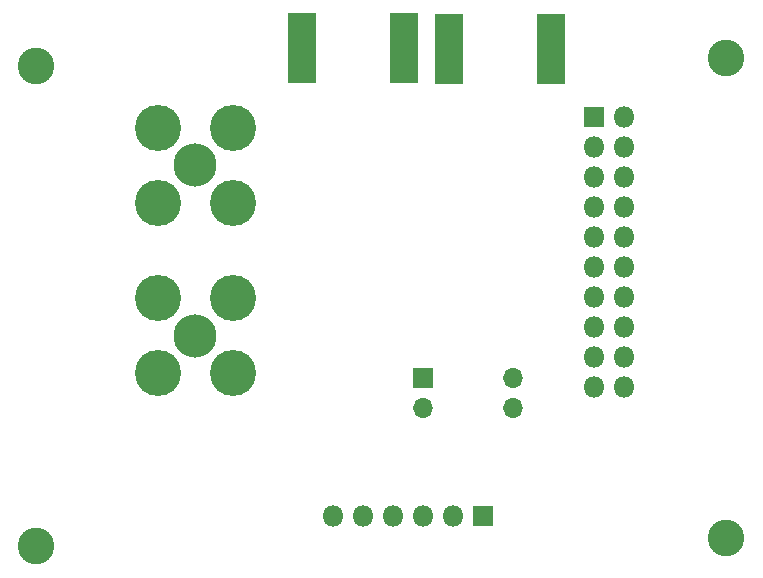
<source format=gbs>
G04 #@! TF.GenerationSoftware,KiCad,Pcbnew,(5.1.6)-1*
G04 #@! TF.CreationDate,2020-10-21T16:53:57-04:00*
G04 #@! TF.ProjectId,SAR_pcb,5341525f-7063-4622-9e6b-696361645f70,rev?*
G04 #@! TF.SameCoordinates,Original*
G04 #@! TF.FileFunction,Soldermask,Bot*
G04 #@! TF.FilePolarity,Negative*
%FSLAX46Y46*%
G04 Gerber Fmt 4.6, Leading zero omitted, Abs format (unit mm)*
G04 Created by KiCad (PCBNEW (5.1.6)-1) date 2020-10-21 16:53:57*
%MOMM*%
%LPD*%
G01*
G04 APERTURE LIST*
%ADD10R,2.386000X5.942000*%
%ADD11C,3.100000*%
%ADD12C,3.910000*%
%ADD13C,3.656000*%
%ADD14R,1.800000X1.800000*%
%ADD15O,1.800000X1.800000*%
%ADD16R,1.700000X1.700000*%
%ADD17O,1.700000X1.700000*%
G04 APERTURE END LIST*
D10*
G04 #@! TO.C,J10*
X152273000Y-75996021D03*
X160909000Y-75996021D03*
G04 #@! TD*
G04 #@! TO.C,J9*
X139827000Y-75984100D03*
X148463000Y-75984100D03*
G04 #@! TD*
D11*
G04 #@! TO.C,H1*
X117348000Y-77470000D03*
G04 #@! TD*
G04 #@! TO.C,H2*
X117348000Y-118110000D03*
G04 #@! TD*
G04 #@! TO.C,H3*
X175768000Y-76835000D03*
G04 #@! TD*
G04 #@! TO.C,H4*
X175768000Y-117475000D03*
G04 #@! TD*
D12*
G04 #@! TO.C,J1*
X127635000Y-82715100D03*
D13*
X130810000Y-85890100D03*
D12*
X133985000Y-82715100D03*
X127635000Y-89065100D03*
X133985000Y-89065100D03*
G04 #@! TD*
G04 #@! TO.C,J2*
X133985000Y-103505000D03*
X127635000Y-103505000D03*
X133985000Y-97155000D03*
D13*
X130810000Y-100330000D03*
D12*
X127635000Y-97155000D03*
G04 #@! TD*
D14*
G04 #@! TO.C,J3*
X164592000Y-81788000D03*
D15*
X167132000Y-81788000D03*
X164592000Y-84328000D03*
X167132000Y-84328000D03*
X164592000Y-86868000D03*
X167132000Y-86868000D03*
X164592000Y-89408000D03*
X167132000Y-89408000D03*
X164592000Y-91948000D03*
X167132000Y-91948000D03*
X164592000Y-94488000D03*
X167132000Y-94488000D03*
X164592000Y-97028000D03*
X167132000Y-97028000D03*
X164592000Y-99568000D03*
X167132000Y-99568000D03*
X164592000Y-102108000D03*
X167132000Y-102108000D03*
X164592000Y-104648000D03*
X167132000Y-104648000D03*
G04 #@! TD*
D14*
G04 #@! TO.C,J4*
X155194000Y-115570000D03*
D15*
X152654000Y-115570000D03*
X150114000Y-115570000D03*
X147574000Y-115570000D03*
X145034000Y-115570000D03*
X142494000Y-115570000D03*
G04 #@! TD*
D16*
G04 #@! TO.C,SW1*
X150114000Y-103886000D03*
D17*
X157734000Y-106426000D03*
X150114000Y-106426000D03*
X157734000Y-103886000D03*
G04 #@! TD*
M02*

</source>
